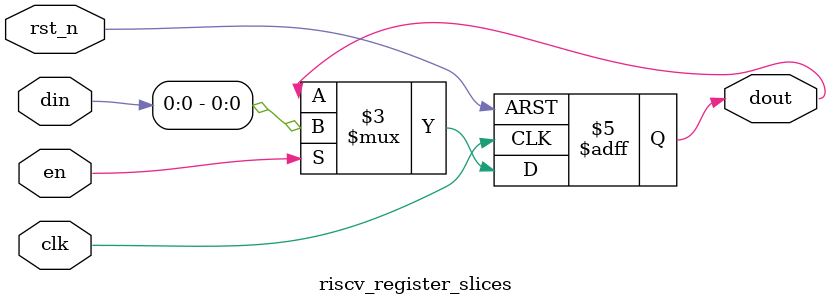
<source format=sv>
module riscv_register_slices #(
    parameter   DATA_WIDTH  = -1
) (
    input   logic                       clk,
    input   logic                       rst_n,
    input   logic   [DATA_WIDTH-1:0]    din,
    input   logic                       en,
    output  logic                       dout
);

    always_ff @(posedge clk or negedge rst_n) begin
        if (!rst_n) begin
            dout <= 'd0;
        end
        else if (en) begin
            dout <= din;
        end
    end

endmodule

</source>
